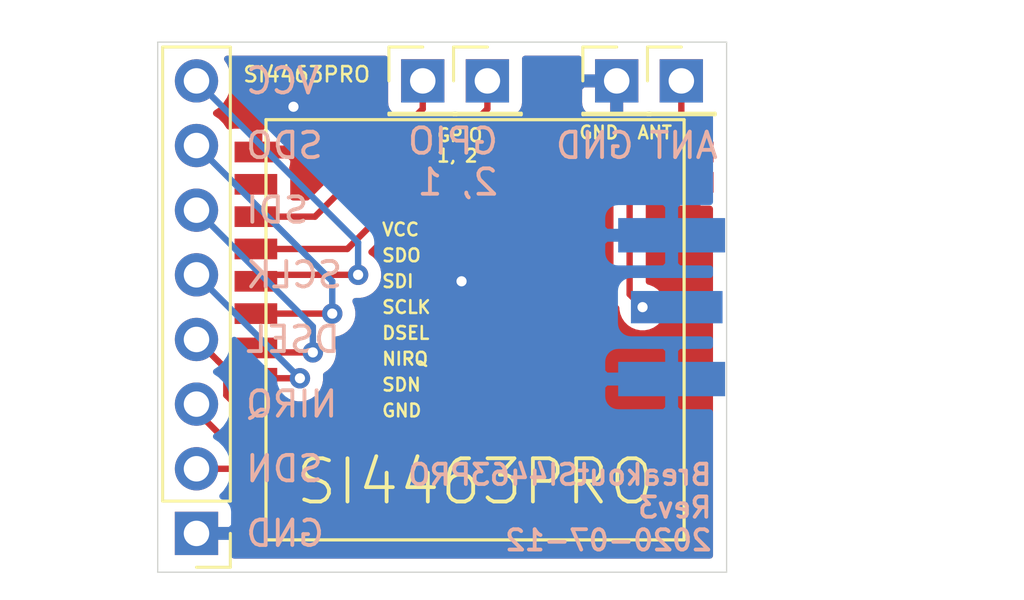
<source format=kicad_pcb>
(kicad_pcb (version 20171130) (host pcbnew "(5.1.5)-3")

  (general
    (thickness 1.6)
    (drawings 29)
    (tracks 43)
    (zones 0)
    (modules 7)
    (nets 13)
  )

  (page A4)
  (layers
    (0 F.Cu signal)
    (31 B.Cu signal)
    (32 B.Adhes user)
    (33 F.Adhes user)
    (34 B.Paste user)
    (35 F.Paste user)
    (36 B.SilkS user)
    (37 F.SilkS user)
    (38 B.Mask user)
    (39 F.Mask user)
    (40 Dwgs.User user)
    (41 Cmts.User user)
    (42 Eco1.User user)
    (43 Eco2.User user)
    (44 Edge.Cuts user)
    (45 Margin user)
    (46 B.CrtYd user)
    (47 F.CrtYd user)
    (48 B.Fab user)
    (49 F.Fab user)
  )

  (setup
    (last_trace_width 0.25)
    (trace_clearance 0.2)
    (zone_clearance 0.508)
    (zone_45_only no)
    (trace_min 0.2)
    (via_size 0.8)
    (via_drill 0.4)
    (via_min_size 0.4)
    (via_min_drill 0.3)
    (uvia_size 0.3)
    (uvia_drill 0.1)
    (uvias_allowed no)
    (uvia_min_size 0.2)
    (uvia_min_drill 0.1)
    (edge_width 0.05)
    (segment_width 0.2)
    (pcb_text_width 0.3)
    (pcb_text_size 1.5 1.5)
    (mod_edge_width 0.12)
    (mod_text_size 1 1)
    (mod_text_width 0.15)
    (pad_size 1.524 1.524)
    (pad_drill 0.762)
    (pad_to_mask_clearance 0.051)
    (solder_mask_min_width 0.25)
    (aux_axis_origin 0 0)
    (visible_elements 7FFFFFFF)
    (pcbplotparams
      (layerselection 0x010fc_ffffffff)
      (usegerberextensions false)
      (usegerberattributes false)
      (usegerberadvancedattributes false)
      (creategerberjobfile false)
      (excludeedgelayer true)
      (linewidth 0.100000)
      (plotframeref false)
      (viasonmask false)
      (mode 1)
      (useauxorigin false)
      (hpglpennumber 1)
      (hpglpenspeed 20)
      (hpglpendiameter 15.000000)
      (psnegative false)
      (psa4output false)
      (plotreference true)
      (plotvalue true)
      (plotinvisibletext false)
      (padsonsilk false)
      (subtractmaskfromsilk false)
      (outputformat 1)
      (mirror false)
      (drillshape 1)
      (scaleselection 1)
      (outputdirectory ""))
  )

  (net 0 "")
  (net 1 "Net-(J1-Pad1)")
  (net 2 GND)
  (net 3 "Net-(U1-Pad2)")
  (net 4 "Net-(J2-Pad1)")
  (net 5 "Net-(J3-Pad1)")
  (net 6 "Net-(J4-Pad8)")
  (net 7 "Net-(J4-Pad7)")
  (net 8 "Net-(J4-Pad6)")
  (net 9 "Net-(J4-Pad5)")
  (net 10 "Net-(J4-Pad4)")
  (net 11 "Net-(J4-Pad3)")
  (net 12 "Net-(J4-Pad2)")

  (net_class Default "This is the default net class."
    (clearance 0.2)
    (trace_width 0.25)
    (via_dia 0.8)
    (via_drill 0.4)
    (uvia_dia 0.3)
    (uvia_drill 0.1)
    (add_net GND)
    (add_net "Net-(J1-Pad1)")
    (add_net "Net-(J2-Pad1)")
    (add_net "Net-(J3-Pad1)")
    (add_net "Net-(J4-Pad2)")
    (add_net "Net-(J4-Pad3)")
    (add_net "Net-(J4-Pad4)")
    (add_net "Net-(J4-Pad5)")
    (add_net "Net-(J4-Pad6)")
    (add_net "Net-(J4-Pad7)")
    (add_net "Net-(J4-Pad8)")
    (add_net "Net-(U1-Pad2)")
  )

  (module CustomFootprintLibrary:SMA_EdgeMount_BackOnly (layer F.Cu) (tedit 5F0B92A7) (tstamp 5F179B6A)
    (at 138.049 102.87 90)
    (descr "Connector SMA, 0Hz to 20GHz, 50Ohm, Edge Mount (http://suddendocs.samtec.com/prints/sma-j-p-x-st-em1-mkt.pdf)")
    (tags "SMA Straight Samtec Edge Mount")
    (path /5EF7BE25)
    (attr smd)
    (fp_text reference J1 (at 0 -3.5 270) (layer B.SilkS) hide
      (effects (font (size 1 1) (thickness 0.15)))
    )
    (fp_text value Conn_Coaxial (at 0 13 270) (layer F.Fab)
      (effects (font (size 1 1) (thickness 0.15)))
    )
    (fp_text user "Board Thickness: 1.57mm" (at 0 -5.45 270) (layer Cmts.User)
      (effects (font (size 1 1) (thickness 0.15)))
    )
    (fp_line (start 3.68 2.6) (end 3.68 12.12) (layer B.CrtYd) (width 0.05))
    (fp_line (start 4 2.6) (end 3.68 2.6) (layer B.CrtYd) (width 0.05))
    (fp_line (start -3.68 12.12) (end -3.68 2.6) (layer B.CrtYd) (width 0.05))
    (fp_line (start -3.68 2.6) (end -4 2.6) (layer B.CrtYd) (width 0.05))
    (fp_line (start 3.68 2.6) (end 3.68 12.12) (layer F.CrtYd) (width 0.05))
    (fp_line (start 3.68 2.6) (end 4 2.6) (layer F.CrtYd) (width 0.05))
    (fp_line (start -3.68 12.12) (end -3.68 2.6) (layer F.CrtYd) (width 0.05))
    (fp_line (start -3.68 2.6) (end -4 2.6) (layer F.CrtYd) (width 0.05))
    (fp_text user "PCB Edge" (at 0 2.6 270) (layer Dwgs.User)
      (effects (font (size 0.5 0.5) (thickness 0.1)))
    )
    (fp_line (start 4.1 2.1) (end -4.1 2.1) (layer Dwgs.User) (width 0.1))
    (fp_line (start -3.175 -1.71) (end -3.175 11.62) (layer F.Fab) (width 0.1))
    (fp_line (start -2.365 -1.71) (end -3.175 -1.71) (layer F.Fab) (width 0.1))
    (fp_line (start -2.365 2.1) (end -2.365 -1.71) (layer F.Fab) (width 0.1))
    (fp_line (start 2.365 2.1) (end -2.365 2.1) (layer F.Fab) (width 0.1))
    (fp_line (start 2.365 -1.71) (end 2.365 2.1) (layer F.Fab) (width 0.1))
    (fp_line (start 3.175 -1.71) (end 2.365 -1.71) (layer F.Fab) (width 0.1))
    (fp_line (start 3.175 -1.71) (end 3.175 11.62) (layer F.Fab) (width 0.1))
    (fp_line (start 3.165 11.62) (end -3.165 11.62) (layer F.Fab) (width 0.1))
    (fp_line (start -4 -2.6) (end 4 -2.6) (layer B.CrtYd) (width 0.05))
    (fp_line (start -4 2.6) (end -4 -2.6) (layer B.CrtYd) (width 0.05))
    (fp_line (start 3.68 12.12) (end -3.68 12.12) (layer B.CrtYd) (width 0.05))
    (fp_line (start 4 2.6) (end 4 -2.6) (layer B.CrtYd) (width 0.05))
    (fp_line (start -4 -2.6) (end 4 -2.6) (layer F.CrtYd) (width 0.05))
    (fp_line (start -4 2.6) (end -4 -2.6) (layer F.CrtYd) (width 0.05))
    (fp_line (start 3.68 12.12) (end -3.68 12.12) (layer F.CrtYd) (width 0.05))
    (fp_line (start 4 2.6) (end 4 -2.6) (layer F.CrtYd) (width 0.05))
    (fp_text user %R (at 0 4.79 90) (layer F.Fab)
      (effects (font (size 1 1) (thickness 0.15)))
    )
    (fp_line (start 0.64 2.1) (end 0 3.1) (layer F.Fab) (width 0.1))
    (fp_line (start 0 3.1) (end -0.64 2.1) (layer F.Fab) (width 0.1))
    (pad 1 smd rect (at 0 0.2 90) (size 1.27 3.6) (layers B.Cu B.Paste B.Mask)
      (net 1 "Net-(J1-Pad1)"))
    (pad 2 smd rect (at 2.825 0 90) (size 1.35 4.2) (layers B.Cu B.Paste B.Mask)
      (net 2 GND))
    (pad 2 smd rect (at -2.825 0 90) (size 1.35 4.2) (layers B.Cu B.Paste B.Mask)
      (net 2 GND))
    (model ${KISYS3DMOD}/Connector_Coaxial.3dshapes/SMA_Samtec_SMA-J-P-X-ST-EM1_EdgeMount.wrl
      (at (xyz 0 0 0))
      (scale (xyz 1 1 1))
      (rotate (xyz 0 0 0))
    )
  )

  (module CustomFootprintLibrary:RF4463PRO_LiteralLayout (layer F.Cu) (tedit 5EF7AD4A) (tstamp 5F179FFF)
    (at 130.302 103.378)
    (path /5EF7A900)
    (fp_text reference U1 (at -6.858 -9.398) (layer F.SilkS) hide
      (effects (font (size 1 1) (thickness 0.15)))
    )
    (fp_text value RF4463PRO_LiteralLayout (at -1.524 10.16) (layer F.Fab)
      (effects (font (size 1 1) (thickness 0.15)))
    )
    (fp_line (start -8.1915 8.636) (end -8.1915 -7.874) (layer F.SilkS) (width 0.127))
    (fp_line (start -8.1915 -7.874) (end 8.23722 -7.874) (layer F.SilkS) (width 0.127))
    (fp_line (start 8.23722 8.636) (end -8.1915 8.636) (layer F.SilkS) (width 0.127))
    (fp_line (start 8.23722 -7.874) (end 8.23722 8.636) (layer F.SilkS) (width 0.127))
    (fp_text user >VALUE (at -1.524 6.731) (layer F.SilkS) hide
      (effects (font (size 1.27 1.27) (thickness 0.1016)))
    )
    (fp_text user >NAME (at -2.159 -5.969) (layer F.SilkS) hide
      (effects (font (size 1.27 1.27) (thickness 0.1016)))
    )
    (pad 13 smd rect (at 8.55472 -5.41274) (size 1.6764 0.8128) (layers F.Cu F.Paste F.Mask)
      (net 2 GND))
    (pad 12 smd rect (at -8.58774 7.366) (size 1.6764 0.8128) (layers F.Cu F.Paste F.Mask)
      (net 2 GND))
    (pad 9 smd rect (at -8.58774 3.556) (size 1.6764 0.8128) (layers F.Cu F.Paste F.Mask)
      (net 10 "Net-(J4-Pad4)"))
    (pad 2 smd rect (at -8.58774 -5.334) (size 1.6764 0.8128) (layers F.Cu F.Paste F.Mask)
      (net 3 "Net-(U1-Pad2)"))
    (pad 5 smd rect (at -8.58774 -1.524) (size 1.6764 0.8128) (layers F.Cu F.Paste F.Mask)
      (net 6 "Net-(J4-Pad8)"))
    (pad 6 smd rect (at -8.58774 -0.254) (size 1.6764 0.8128) (layers F.Cu F.Paste F.Mask)
      (net 7 "Net-(J4-Pad7)"))
    (pad 7 smd rect (at -8.58774 1.09474) (size 1.6764 0.8128) (layers F.Cu F.Paste F.Mask)
      (net 8 "Net-(J4-Pad6)"))
    (pad 10 smd rect (at -8.58774 4.826) (size 1.6764 0.8128) (layers F.Cu F.Paste F.Mask)
      (net 11 "Net-(J4-Pad3)"))
    (pad 1 smd rect (at -8.58774 -6.604) (size 1.6764 0.8128) (layers F.Cu F.Paste F.Mask)
      (net 2 GND))
    (pad 14 smd rect (at 8.55472 -6.604) (size 1.6764 0.8128) (layers F.Cu F.Paste F.Mask)
      (net 1 "Net-(J1-Pad1)"))
    (pad 11 smd rect (at -8.58774 6.096) (size 1.6764 0.8128) (layers F.Cu F.Paste F.Mask)
      (net 12 "Net-(J4-Pad2)"))
    (pad 8 smd rect (at -8.58774 2.286) (size 1.6764 0.8128) (layers F.Cu F.Paste F.Mask)
      (net 9 "Net-(J4-Pad5)"))
    (pad 4 smd rect (at -8.58774 -2.794) (size 1.6764 0.8128) (layers F.Cu F.Paste F.Mask)
      (net 5 "Net-(J3-Pad1)"))
    (pad 3 smd rect (at -8.58774 -4.064) (size 1.6764 0.8128) (layers F.Cu F.Paste F.Mask)
      (net 4 "Net-(J2-Pad1)"))
  )

  (module Pin_Headers:Pin_Header_Straight_1x08_Pitch2.54mm (layer F.Cu) (tedit 59650532) (tstamp 5F132EF0)
    (at 119.38 111.76 180)
    (descr "Through hole straight pin header, 1x08, 2.54mm pitch, single row")
    (tags "Through hole pin header THT 1x08 2.54mm single row")
    (path /5F0B9B78)
    (fp_text reference J4 (at 0 -2.33) (layer F.SilkS) hide
      (effects (font (size 1 1) (thickness 0.15)))
    )
    (fp_text value Conn_01x08_Female (at 0 20.11) (layer F.Fab)
      (effects (font (size 1 1) (thickness 0.15)))
    )
    (fp_text user %R (at 0 8.89 90) (layer F.Fab)
      (effects (font (size 1 1) (thickness 0.15)))
    )
    (fp_line (start 1.8 -1.8) (end -1.8 -1.8) (layer F.CrtYd) (width 0.05))
    (fp_line (start 1.8 19.55) (end 1.8 -1.8) (layer F.CrtYd) (width 0.05))
    (fp_line (start -1.8 19.55) (end 1.8 19.55) (layer F.CrtYd) (width 0.05))
    (fp_line (start -1.8 -1.8) (end -1.8 19.55) (layer F.CrtYd) (width 0.05))
    (fp_line (start -1.33 -1.33) (end 0 -1.33) (layer F.SilkS) (width 0.12))
    (fp_line (start -1.33 0) (end -1.33 -1.33) (layer F.SilkS) (width 0.12))
    (fp_line (start -1.33 1.27) (end 1.33 1.27) (layer F.SilkS) (width 0.12))
    (fp_line (start 1.33 1.27) (end 1.33 19.11) (layer F.SilkS) (width 0.12))
    (fp_line (start -1.33 1.27) (end -1.33 19.11) (layer F.SilkS) (width 0.12))
    (fp_line (start -1.33 19.11) (end 1.33 19.11) (layer F.SilkS) (width 0.12))
    (fp_line (start -1.27 -0.635) (end -0.635 -1.27) (layer F.Fab) (width 0.1))
    (fp_line (start -1.27 19.05) (end -1.27 -0.635) (layer F.Fab) (width 0.1))
    (fp_line (start 1.27 19.05) (end -1.27 19.05) (layer F.Fab) (width 0.1))
    (fp_line (start 1.27 -1.27) (end 1.27 19.05) (layer F.Fab) (width 0.1))
    (fp_line (start -0.635 -1.27) (end 1.27 -1.27) (layer F.Fab) (width 0.1))
    (pad 8 thru_hole oval (at 0 17.78 180) (size 1.7 1.7) (drill 1) (layers *.Cu *.Mask)
      (net 6 "Net-(J4-Pad8)"))
    (pad 7 thru_hole oval (at 0 15.24 180) (size 1.7 1.7) (drill 1) (layers *.Cu *.Mask)
      (net 7 "Net-(J4-Pad7)"))
    (pad 6 thru_hole oval (at 0 12.7 180) (size 1.7 1.7) (drill 1) (layers *.Cu *.Mask)
      (net 8 "Net-(J4-Pad6)"))
    (pad 5 thru_hole oval (at 0 10.16 180) (size 1.7 1.7) (drill 1) (layers *.Cu *.Mask)
      (net 9 "Net-(J4-Pad5)"))
    (pad 4 thru_hole oval (at 0 7.62 180) (size 1.7 1.7) (drill 1) (layers *.Cu *.Mask)
      (net 10 "Net-(J4-Pad4)"))
    (pad 3 thru_hole oval (at 0 5.08 180) (size 1.7 1.7) (drill 1) (layers *.Cu *.Mask)
      (net 11 "Net-(J4-Pad3)"))
    (pad 2 thru_hole oval (at 0 2.54 180) (size 1.7 1.7) (drill 1) (layers *.Cu *.Mask)
      (net 12 "Net-(J4-Pad2)"))
    (pad 1 thru_hole rect (at 0 0 180) (size 1.7 1.7) (drill 1) (layers *.Cu *.Mask)
      (net 2 GND))
    (model ${KISYS3DMOD}/Pin_Headers.3dshapes/Pin_Header_Straight_1x08_Pitch2.54mm.wrl
      (at (xyz 0 0 0))
      (scale (xyz 1 1 1))
      (rotate (xyz 0 0 0))
    )
  )

  (module Pin_Headers:Pin_Header_Straight_1x01_Pitch2.54mm (layer F.Cu) (tedit 59650532) (tstamp 5F144A0A)
    (at 128.27 93.98)
    (descr "Through hole straight pin header, 1x01, 2.54mm pitch, single row")
    (tags "Through hole pin header THT 1x01 2.54mm single row")
    (path /5F0BD722)
    (fp_text reference J2 (at 0 -2.33) (layer F.SilkS) hide
      (effects (font (size 1 1) (thickness 0.15)))
    )
    (fp_text value Conn_01x01_Female (at 0 2.33) (layer F.Fab)
      (effects (font (size 1 1) (thickness 0.15)))
    )
    (fp_text user %R (at 0 0 90) (layer F.Fab)
      (effects (font (size 1 1) (thickness 0.15)))
    )
    (fp_line (start 1.8 -1.8) (end -1.8 -1.8) (layer F.CrtYd) (width 0.05))
    (fp_line (start 1.8 1.8) (end 1.8 -1.8) (layer F.CrtYd) (width 0.05))
    (fp_line (start -1.8 1.8) (end 1.8 1.8) (layer F.CrtYd) (width 0.05))
    (fp_line (start -1.8 -1.8) (end -1.8 1.8) (layer F.CrtYd) (width 0.05))
    (fp_line (start -1.33 -1.33) (end 0 -1.33) (layer F.SilkS) (width 0.12))
    (fp_line (start -1.33 0) (end -1.33 -1.33) (layer F.SilkS) (width 0.12))
    (fp_line (start -1.33 1.27) (end 1.33 1.27) (layer F.SilkS) (width 0.12))
    (fp_line (start 1.33 1.27) (end 1.33 1.33) (layer F.SilkS) (width 0.12))
    (fp_line (start -1.33 1.27) (end -1.33 1.33) (layer F.SilkS) (width 0.12))
    (fp_line (start -1.33 1.33) (end 1.33 1.33) (layer F.SilkS) (width 0.12))
    (fp_line (start -1.27 -0.635) (end -0.635 -1.27) (layer F.Fab) (width 0.1))
    (fp_line (start -1.27 1.27) (end -1.27 -0.635) (layer F.Fab) (width 0.1))
    (fp_line (start 1.27 1.27) (end -1.27 1.27) (layer F.Fab) (width 0.1))
    (fp_line (start 1.27 -1.27) (end 1.27 1.27) (layer F.Fab) (width 0.1))
    (fp_line (start -0.635 -1.27) (end 1.27 -1.27) (layer F.Fab) (width 0.1))
    (pad 1 thru_hole rect (at 0 0) (size 1.7 1.7) (drill 1) (layers *.Cu *.Mask)
      (net 4 "Net-(J2-Pad1)"))
    (model ${KISYS3DMOD}/Pin_Headers.3dshapes/Pin_Header_Straight_1x01_Pitch2.54mm.wrl
      (at (xyz 0 0 0))
      (scale (xyz 1 1 1))
      (rotate (xyz 0 0 0))
    )
  )

  (module Pin_Headers:Pin_Header_Straight_1x01_Pitch2.54mm (layer F.Cu) (tedit 59650532) (tstamp 5F144F7E)
    (at 130.81 93.98)
    (descr "Through hole straight pin header, 1x01, 2.54mm pitch, single row")
    (tags "Through hole pin header THT 1x01 2.54mm single row")
    (path /5F0BC9CC)
    (fp_text reference J3 (at 0 -2.33) (layer F.SilkS) hide
      (effects (font (size 1 1) (thickness 0.15)))
    )
    (fp_text value Conn_01x01_Female (at 0 2.33) (layer F.Fab)
      (effects (font (size 1 1) (thickness 0.15)))
    )
    (fp_line (start -0.635 -1.27) (end 1.27 -1.27) (layer F.Fab) (width 0.1))
    (fp_line (start 1.27 -1.27) (end 1.27 1.27) (layer F.Fab) (width 0.1))
    (fp_line (start 1.27 1.27) (end -1.27 1.27) (layer F.Fab) (width 0.1))
    (fp_line (start -1.27 1.27) (end -1.27 -0.635) (layer F.Fab) (width 0.1))
    (fp_line (start -1.27 -0.635) (end -0.635 -1.27) (layer F.Fab) (width 0.1))
    (fp_line (start -1.33 1.33) (end 1.33 1.33) (layer F.SilkS) (width 0.12))
    (fp_line (start -1.33 1.27) (end -1.33 1.33) (layer F.SilkS) (width 0.12))
    (fp_line (start 1.33 1.27) (end 1.33 1.33) (layer F.SilkS) (width 0.12))
    (fp_line (start -1.33 1.27) (end 1.33 1.27) (layer F.SilkS) (width 0.12))
    (fp_line (start -1.33 0) (end -1.33 -1.33) (layer F.SilkS) (width 0.12))
    (fp_line (start -1.33 -1.33) (end 0 -1.33) (layer F.SilkS) (width 0.12))
    (fp_line (start -1.8 -1.8) (end -1.8 1.8) (layer F.CrtYd) (width 0.05))
    (fp_line (start -1.8 1.8) (end 1.8 1.8) (layer F.CrtYd) (width 0.05))
    (fp_line (start 1.8 1.8) (end 1.8 -1.8) (layer F.CrtYd) (width 0.05))
    (fp_line (start 1.8 -1.8) (end -1.8 -1.8) (layer F.CrtYd) (width 0.05))
    (fp_text user %R (at 0 0 90) (layer F.Fab)
      (effects (font (size 1 1) (thickness 0.15)))
    )
    (pad 1 thru_hole rect (at 0 0) (size 1.7 1.7) (drill 1) (layers *.Cu *.Mask)
      (net 5 "Net-(J3-Pad1)"))
    (model ${KISYS3DMOD}/Pin_Headers.3dshapes/Pin_Header_Straight_1x01_Pitch2.54mm.wrl
      (at (xyz 0 0 0))
      (scale (xyz 1 1 1))
      (rotate (xyz 0 0 0))
    )
  )

  (module Pin_Headers:Pin_Header_Straight_1x01_Pitch2.54mm (layer F.Cu) (tedit 59650532) (tstamp 5F18C625)
    (at 138.43 93.98)
    (descr "Through hole straight pin header, 1x01, 2.54mm pitch, single row")
    (tags "Through hole pin header THT 1x01 2.54mm single row")
    (path /5F0C76D2)
    (fp_text reference J5 (at 0 -2.33) (layer F.SilkS) hide
      (effects (font (size 1 1) (thickness 0.15)))
    )
    (fp_text value Conn_01x01_Female (at 0 2.33) (layer F.Fab)
      (effects (font (size 1 1) (thickness 0.15)))
    )
    (fp_text user %R (at 0 0 90) (layer F.Fab)
      (effects (font (size 1 1) (thickness 0.15)))
    )
    (fp_line (start 1.8 -1.8) (end -1.8 -1.8) (layer F.CrtYd) (width 0.05))
    (fp_line (start 1.8 1.8) (end 1.8 -1.8) (layer F.CrtYd) (width 0.05))
    (fp_line (start -1.8 1.8) (end 1.8 1.8) (layer F.CrtYd) (width 0.05))
    (fp_line (start -1.8 -1.8) (end -1.8 1.8) (layer F.CrtYd) (width 0.05))
    (fp_line (start -1.33 -1.33) (end 0 -1.33) (layer F.SilkS) (width 0.12))
    (fp_line (start -1.33 0) (end -1.33 -1.33) (layer F.SilkS) (width 0.12))
    (fp_line (start -1.33 1.27) (end 1.33 1.27) (layer F.SilkS) (width 0.12))
    (fp_line (start 1.33 1.27) (end 1.33 1.33) (layer F.SilkS) (width 0.12))
    (fp_line (start -1.33 1.27) (end -1.33 1.33) (layer F.SilkS) (width 0.12))
    (fp_line (start -1.33 1.33) (end 1.33 1.33) (layer F.SilkS) (width 0.12))
    (fp_line (start -1.27 -0.635) (end -0.635 -1.27) (layer F.Fab) (width 0.1))
    (fp_line (start -1.27 1.27) (end -1.27 -0.635) (layer F.Fab) (width 0.1))
    (fp_line (start 1.27 1.27) (end -1.27 1.27) (layer F.Fab) (width 0.1))
    (fp_line (start 1.27 -1.27) (end 1.27 1.27) (layer F.Fab) (width 0.1))
    (fp_line (start -0.635 -1.27) (end 1.27 -1.27) (layer F.Fab) (width 0.1))
    (pad 1 thru_hole rect (at 0 0) (size 1.7 1.7) (drill 1) (layers *.Cu *.Mask)
      (net 1 "Net-(J1-Pad1)"))
    (model ${KISYS3DMOD}/Pin_Headers.3dshapes/Pin_Header_Straight_1x01_Pitch2.54mm.wrl
      (at (xyz 0 0 0))
      (scale (xyz 1 1 1))
      (rotate (xyz 0 0 0))
    )
  )

  (module Pin_Headers:Pin_Header_Straight_1x01_Pitch2.54mm (layer F.Cu) (tedit 59650532) (tstamp 5F18C5E9)
    (at 135.89 93.98)
    (descr "Through hole straight pin header, 1x01, 2.54mm pitch, single row")
    (tags "Through hole pin header THT 1x01 2.54mm single row")
    (path /5F0C8211)
    (fp_text reference J6 (at 0 -2.33) (layer F.SilkS) hide
      (effects (font (size 1 1) (thickness 0.15)))
    )
    (fp_text value Conn_01x01_Female (at 0 2.33) (layer F.Fab)
      (effects (font (size 1 1) (thickness 0.15)))
    )
    (fp_line (start -0.635 -1.27) (end 1.27 -1.27) (layer F.Fab) (width 0.1))
    (fp_line (start 1.27 -1.27) (end 1.27 1.27) (layer F.Fab) (width 0.1))
    (fp_line (start 1.27 1.27) (end -1.27 1.27) (layer F.Fab) (width 0.1))
    (fp_line (start -1.27 1.27) (end -1.27 -0.635) (layer F.Fab) (width 0.1))
    (fp_line (start -1.27 -0.635) (end -0.635 -1.27) (layer F.Fab) (width 0.1))
    (fp_line (start -1.33 1.33) (end 1.33 1.33) (layer F.SilkS) (width 0.12))
    (fp_line (start -1.33 1.27) (end -1.33 1.33) (layer F.SilkS) (width 0.12))
    (fp_line (start 1.33 1.27) (end 1.33 1.33) (layer F.SilkS) (width 0.12))
    (fp_line (start -1.33 1.27) (end 1.33 1.27) (layer F.SilkS) (width 0.12))
    (fp_line (start -1.33 0) (end -1.33 -1.33) (layer F.SilkS) (width 0.12))
    (fp_line (start -1.33 -1.33) (end 0 -1.33) (layer F.SilkS) (width 0.12))
    (fp_line (start -1.8 -1.8) (end -1.8 1.8) (layer F.CrtYd) (width 0.05))
    (fp_line (start -1.8 1.8) (end 1.8 1.8) (layer F.CrtYd) (width 0.05))
    (fp_line (start 1.8 1.8) (end 1.8 -1.8) (layer F.CrtYd) (width 0.05))
    (fp_line (start 1.8 -1.8) (end -1.8 -1.8) (layer F.CrtYd) (width 0.05))
    (fp_text user %R (at 0 0 90) (layer F.Fab)
      (effects (font (size 1 1) (thickness 0.15)))
    )
    (pad 1 thru_hole rect (at 0 0) (size 1.7 1.7) (drill 1) (layers *.Cu *.Mask)
      (net 2 GND))
    (model ${KISYS3DMOD}/Pin_Headers.3dshapes/Pin_Header_Straight_1x01_Pitch2.54mm.wrl
      (at (xyz 0 0 0))
      (scale (xyz 1 1 1))
      (rotate (xyz 0 0 0))
    )
  )

  (gr_text GND (at 134.366 96.012) (layer F.SilkS) (tstamp 5F18BC68)
    (effects (font (size 0.5 0.5) (thickness 0.1)) (justify left))
  )
  (gr_text ANT (at 136.652 96.012) (layer F.SilkS) (tstamp 5F18BC67)
    (effects (font (size 0.5 0.5) (thickness 0.1)) (justify left))
  )
  (gr_text VCC (at 126.619 99.822) (layer F.SilkS) (tstamp 5F18BC66)
    (effects (font (size 0.5 0.5) (thickness 0.1)) (justify left))
  )
  (gr_text DSEL (at 126.619 103.886) (layer F.SilkS) (tstamp 5F18BC65)
    (effects (font (size 0.5 0.5) (thickness 0.1)) (justify left))
  )
  (gr_text NIRQ (at 126.619 104.902) (layer F.SilkS) (tstamp 5F18BD09)
    (effects (font (size 0.5 0.5) (thickness 0.1)) (justify left))
  )
  (gr_text SDN (at 126.619 105.918) (layer F.SilkS) (tstamp 5F18BD03)
    (effects (font (size 0.5 0.5) (thickness 0.1)) (justify left))
  )
  (gr_text SDO (at 126.619 100.838) (layer F.SilkS) (tstamp 5F18BC62)
    (effects (font (size 0.5 0.5) (thickness 0.1)) (justify left))
  )
  (gr_text GND (at 126.619 106.934) (layer F.SilkS) (tstamp 5F18BD06)
    (effects (font (size 0.5 0.5) (thickness 0.1)) (justify left))
  )
  (gr_text "GPIO\n1, 2" (at 128.778 96.52) (layer F.SilkS) (tstamp 5F18BC60)
    (effects (font (size 0.5 0.5) (thickness 0.1)) (justify left))
  )
  (gr_text SDI (at 126.619 101.854) (layer F.SilkS) (tstamp 5F18BC5F)
    (effects (font (size 0.5 0.5) (thickness 0.1)) (justify left))
  )
  (gr_text SCLK (at 126.619 102.87) (layer F.SilkS) (tstamp 5F18BC5E)
    (effects (font (size 0.5 0.5) (thickness 0.1)) (justify left))
  )
  (gr_text SI4463PRO (at 123.19 109.728) (layer F.SilkS) (tstamp 5F18BBF8)
    (effects (font (size 1.7 1.7) (thickness 0.15)) (justify left))
  )
  (gr_text GND (at 136.652 96.52) (layer B.SilkS) (tstamp 5F18BA58)
    (effects (font (size 1 1) (thickness 0.15)) (justify left mirror))
  )
  (gr_text ANT (at 139.954 96.52) (layer B.SilkS) (tstamp 5F18BA4E)
    (effects (font (size 1 1) (thickness 0.15)) (justify left mirror))
  )
  (gr_line (start 140.208 113.284) (end 140.208 92.456) (layer Edge.Cuts) (width 0.05) (tstamp 5F179DD4))
  (gr_line (start 117.856 113.284) (end 140.208 113.284) (layer Edge.Cuts) (width 0.05))
  (gr_line (start 117.856 92.456) (end 117.856 113.284) (layer Edge.Cuts) (width 0.05))
  (gr_line (start 140.208 92.456) (end 117.856 92.456) (layer Edge.Cuts) (width 0.05))
  (gr_text "GPIO\n2, 1" (at 131.318 97.155) (layer B.SilkS) (tstamp 5F0C8BE6)
    (effects (font (size 1 1) (thickness 0.15)) (justify left mirror))
  )
  (gr_text "BreakoutSI4463PRO\nRev3\n2020-07-12" (at 139.7 110.744) (layer B.SilkS)
    (effects (font (size 0.8 0.8) (thickness 0.15)) (justify left mirror))
  )
  (gr_text SI4463PRO (at 121.158 93.726) (layer F.SilkS)
    (effects (font (size 0.6 0.6) (thickness 0.1)) (justify left))
  )
  (gr_text GND (at 124.482619 111.76) (layer B.SilkS) (tstamp 5F179F50)
    (effects (font (size 1 1) (thickness 0.15)) (justify left mirror))
  )
  (gr_text SDN (at 124.435 109.22) (layer B.SilkS) (tstamp 5F179F4A)
    (effects (font (size 1 1) (thickness 0.15)) (justify left mirror))
  )
  (gr_text NIRQ (at 125.006429 106.68) (layer B.SilkS) (tstamp 5F179F47)
    (effects (font (size 1 1) (thickness 0.15)) (justify left mirror))
  )
  (gr_text DSEL (at 125.101667 104.14) (layer B.SilkS) (tstamp 5F179F44)
    (effects (font (size 1 1) (thickness 0.15)) (justify left mirror))
  )
  (gr_text SCLK (at 125.196905 101.6) (layer B.SilkS) (tstamp 5F179F56)
    (effects (font (size 1 1) (thickness 0.15)) (justify left mirror))
  )
  (gr_text SDI (at 123.863571 99.06) (layer B.SilkS) (tstamp 5F179F53)
    (effects (font (size 1 1) (thickness 0.15)) (justify left mirror))
  )
  (gr_text SDO (at 124.435 96.52) (layer B.SilkS) (tstamp 5F179F4D)
    (effects (font (size 1 1) (thickness 0.15)) (justify left mirror))
  )
  (gr_text VCC (at 124.292143 93.98) (layer B.SilkS) (tstamp 5F179F41)
    (effects (font (size 1 1) (thickness 0.15)) (justify left mirror))
  )

  (via (at 136.906 102.87) (size 0.8) (drill 0.4) (layers F.Cu B.Cu) (net 1))
  (segment (start 138.249 102.87) (end 136.906 102.87) (width 0.25) (layer B.Cu) (net 1))
  (segment (start 137.76852 96.774) (end 138.85672 96.774) (width 0.25) (layer F.Cu) (net 1))
  (segment (start 136.398 98.14452) (end 137.76852 96.774) (width 0.25) (layer F.Cu) (net 1))
  (segment (start 136.906 102.87) (end 136.398 102.362) (width 0.25) (layer F.Cu) (net 1))
  (segment (start 136.398 102.362) (end 136.398 98.14452) (width 0.25) (layer F.Cu) (net 1))
  (segment (start 138.43 96.34728) (end 138.85672 96.774) (width 0.25) (layer F.Cu) (net 1))
  (segment (start 138.43 93.98) (end 138.43 96.34728) (width 0.25) (layer F.Cu) (net 1))
  (via (at 123.19 94.996) (size 0.8) (drill 0.4) (layers F.Cu B.Cu) (net 2))
  (via (at 129.794 101.854) (size 0.8) (drill 0.4) (layers F.Cu B.Cu) (net 2))
  (segment (start 128.27 95.08) (end 128.27 93.98) (width 0.25) (layer F.Cu) (net 4))
  (segment (start 124.036 99.314) (end 128.27 95.08) (width 0.25) (layer F.Cu) (net 4))
  (segment (start 121.71426 99.314) (end 124.036 99.314) (width 0.25) (layer F.Cu) (net 4))
  (segment (start 130.81 95.08) (end 130.81 93.98) (width 0.25) (layer F.Cu) (net 5))
  (segment (start 125.306 100.584) (end 130.81 95.08) (width 0.25) (layer F.Cu) (net 5))
  (segment (start 121.71426 100.584) (end 125.306 100.584) (width 0.25) (layer F.Cu) (net 5))
  (via (at 125.73 101.6) (size 0.8) (drill 0.4) (layers F.Cu B.Cu) (net 6))
  (segment (start 119.38 93.98) (end 125.73 100.33) (width 0.25) (layer B.Cu) (net 6))
  (segment (start 125.73 100.33) (end 125.73 101.6) (width 0.25) (layer B.Cu) (net 6))
  (segment (start 121.96826 101.6) (end 121.71426 101.854) (width 0.25) (layer F.Cu) (net 6))
  (segment (start 125.73 101.6) (end 121.96826 101.6) (width 0.25) (layer F.Cu) (net 6))
  (via (at 124.714 103.124) (size 0.8) (drill 0.4) (layers F.Cu B.Cu) (net 7))
  (segment (start 119.38 96.52) (end 124.714 101.854) (width 0.25) (layer B.Cu) (net 7))
  (segment (start 124.714 101.854) (end 124.714 103.124) (width 0.25) (layer B.Cu) (net 7))
  (segment (start 124.714 103.124) (end 121.71426 103.124) (width 0.25) (layer F.Cu) (net 7))
  (via (at 123.952 104.648) (size 0.8) (drill 0.4) (layers F.Cu B.Cu) (net 8))
  (segment (start 119.38 99.06) (end 123.952 103.632) (width 0.25) (layer B.Cu) (net 8))
  (segment (start 123.952 103.632) (end 123.952 104.648) (width 0.25) (layer B.Cu) (net 8))
  (segment (start 121.88952 104.648) (end 121.71426 104.47274) (width 0.25) (layer F.Cu) (net 8))
  (segment (start 123.952 104.648) (end 121.88952 104.648) (width 0.25) (layer F.Cu) (net 8))
  (via (at 123.444 105.664) (size 0.8) (drill 0.4) (layers F.Cu B.Cu) (net 9))
  (segment (start 119.38 101.6) (end 123.444 105.664) (width 0.25) (layer B.Cu) (net 9))
  (segment (start 123.444 105.664) (end 121.71426 105.664) (width 0.25) (layer F.Cu) (net 9))
  (segment (start 120.551059 105.311059) (end 120.229999 104.989999) (width 0.25) (layer F.Cu) (net 10))
  (segment (start 120.551059 106.330401) (end 120.551059 105.311059) (width 0.25) (layer F.Cu) (net 10))
  (segment (start 120.229999 104.989999) (end 119.38 104.14) (width 0.25) (layer F.Cu) (net 10))
  (segment (start 121.154658 106.934) (end 120.551059 106.330401) (width 0.25) (layer F.Cu) (net 10))
  (segment (start 121.71426 106.934) (end 121.154658 106.934) (width 0.25) (layer F.Cu) (net 10))
  (segment (start 119.38 106.95794) (end 119.38 106.68) (width 0.25) (layer F.Cu) (net 11))
  (segment (start 120.62606 108.204) (end 119.38 106.95794) (width 0.25) (layer F.Cu) (net 11))
  (segment (start 121.71426 108.204) (end 120.62606 108.204) (width 0.25) (layer F.Cu) (net 11))
  (segment (start 121.46026 109.22) (end 121.71426 109.474) (width 0.25) (layer F.Cu) (net 12))
  (segment (start 119.38 109.22) (end 121.46026 109.22) (width 0.25) (layer F.Cu) (net 12))

  (zone (net 2) (net_name GND) (layer F.Cu) (tstamp 0) (hatch edge 0.508)
    (connect_pads (clearance 0.508))
    (min_thickness 0.254)
    (fill yes (arc_segments 32) (thermal_gap 0.508) (thermal_bridge_width 0.508))
    (polygon
      (pts
        (xy 140.208 113.284) (xy 117.856 113.284) (xy 117.856 92.456) (xy 140.208 92.456)
      )
    )
    (filled_polygon
      (pts
        (xy 134.401928 93.13) (xy 134.405 93.69425) (xy 134.56375 93.853) (xy 135.763 93.853) (xy 135.763 93.833)
        (xy 136.017 93.833) (xy 136.017 93.853) (xy 136.037 93.853) (xy 136.037 94.107) (xy 136.017 94.107)
        (xy 136.017 95.30625) (xy 136.17575 95.465) (xy 136.74 95.468072) (xy 136.864482 95.455812) (xy 136.98418 95.419502)
        (xy 137.094494 95.360537) (xy 137.16 95.306778) (xy 137.225506 95.360537) (xy 137.33582 95.419502) (xy 137.455518 95.455812)
        (xy 137.58 95.468072) (xy 137.670001 95.468072) (xy 137.670001 95.833869) (xy 137.664026 95.837063) (xy 137.567335 95.916415)
        (xy 137.487983 96.013106) (xy 137.451249 96.08183) (xy 137.344243 96.139026) (xy 137.272024 96.198295) (xy 137.228519 96.233999)
        (xy 137.204721 96.262997) (xy 135.886998 97.580721) (xy 135.858 97.604519) (xy 135.834202 97.633517) (xy 135.834201 97.633518)
        (xy 135.763026 97.720244) (xy 135.692454 97.852274) (xy 135.648998 97.995535) (xy 135.634324 98.14452) (xy 135.638001 98.181852)
        (xy 135.638 102.324677) (xy 135.634324 102.362) (xy 135.638 102.399322) (xy 135.638 102.399332) (xy 135.648997 102.510985)
        (xy 135.674551 102.595226) (xy 135.692454 102.654246) (xy 135.763026 102.786276) (xy 135.792428 102.822102) (xy 135.857999 102.902001)
        (xy 135.871 102.912671) (xy 135.871 102.971939) (xy 135.910774 103.171898) (xy 135.988795 103.360256) (xy 136.102063 103.529774)
        (xy 136.246226 103.673937) (xy 136.415744 103.787205) (xy 136.604102 103.865226) (xy 136.804061 103.905) (xy 137.007939 103.905)
        (xy 137.207898 103.865226) (xy 137.396256 103.787205) (xy 137.565774 103.673937) (xy 137.709937 103.529774) (xy 137.823205 103.360256)
        (xy 137.901226 103.171898) (xy 137.941 102.971939) (xy 137.941 102.768061) (xy 137.901226 102.568102) (xy 137.823205 102.379744)
        (xy 137.709937 102.210226) (xy 137.565774 102.066063) (xy 137.396256 101.952795) (xy 137.207898 101.874774) (xy 137.158 101.864849)
        (xy 137.158 98.459321) (xy 137.52506 98.092262) (xy 137.542268 98.092262) (xy 137.38352 98.25101) (xy 137.380448 98.37166)
        (xy 137.392708 98.496142) (xy 137.429018 98.61584) (xy 137.487983 98.726154) (xy 137.567335 98.822845) (xy 137.664026 98.902197)
        (xy 137.77434 98.961162) (xy 137.894038 98.997472) (xy 138.01852 99.009732) (xy 138.57097 99.00666) (xy 138.72972 98.84791)
        (xy 138.72972 98.09226) (xy 138.70972 98.09226) (xy 138.70972 97.83826) (xy 138.72972 97.83826) (xy 138.72972 97.818472)
        (xy 138.98372 97.818472) (xy 138.98372 97.83826) (xy 139.00372 97.83826) (xy 139.00372 98.09226) (xy 138.98372 98.09226)
        (xy 138.98372 98.84791) (xy 139.14247 99.00666) (xy 139.548001 99.008915) (xy 139.548 112.624) (xy 120.866693 112.624)
        (xy 120.868072 112.61) (xy 120.865 112.04575) (xy 120.706252 111.887002) (xy 120.865 111.887002) (xy 120.865 111.787383)
        (xy 120.87606 111.788472) (xy 121.42851 111.7854) (xy 121.58726 111.62665) (xy 121.58726 110.871) (xy 121.84126 110.871)
        (xy 121.84126 111.62665) (xy 122.00001 111.7854) (xy 122.55246 111.788472) (xy 122.676942 111.776212) (xy 122.79664 111.739902)
        (xy 122.906954 111.680937) (xy 123.003645 111.601585) (xy 123.082997 111.504894) (xy 123.141962 111.39458) (xy 123.178272 111.274882)
        (xy 123.190532 111.1504) (xy 123.18746 111.02975) (xy 123.02871 110.871) (xy 121.84126 110.871) (xy 121.58726 110.871)
        (xy 121.56726 110.871) (xy 121.56726 110.617) (xy 121.58726 110.617) (xy 121.58726 110.597) (xy 121.84126 110.597)
        (xy 121.84126 110.617) (xy 123.02871 110.617) (xy 123.18746 110.45825) (xy 123.190532 110.3376) (xy 123.178272 110.213118)
        (xy 123.146688 110.109) (xy 123.178272 110.004882) (xy 123.190532 109.8804) (xy 123.190532 109.0676) (xy 123.178272 108.943118)
        (xy 123.146688 108.839) (xy 123.178272 108.734882) (xy 123.190532 108.6104) (xy 123.190532 107.7976) (xy 123.178272 107.673118)
        (xy 123.146688 107.569) (xy 123.178272 107.464882) (xy 123.190532 107.3404) (xy 123.190532 106.668859) (xy 123.342061 106.699)
        (xy 123.545939 106.699) (xy 123.745898 106.659226) (xy 123.934256 106.581205) (xy 124.103774 106.467937) (xy 124.247937 106.323774)
        (xy 124.361205 106.154256) (xy 124.439226 105.965898) (xy 124.479 105.765939) (xy 124.479 105.562061) (xy 124.475241 105.543165)
        (xy 124.611774 105.451937) (xy 124.755937 105.307774) (xy 124.869205 105.138256) (xy 124.947226 104.949898) (xy 124.987 104.749939)
        (xy 124.987 104.546061) (xy 124.947226 104.346102) (xy 124.869205 104.157744) (xy 124.863697 104.1495) (xy 125.015898 104.119226)
        (xy 125.204256 104.041205) (xy 125.373774 103.927937) (xy 125.517937 103.783774) (xy 125.631205 103.614256) (xy 125.709226 103.425898)
        (xy 125.749 103.225939) (xy 125.749 103.022061) (xy 125.709226 102.822102) (xy 125.631725 102.635) (xy 125.831939 102.635)
        (xy 126.031898 102.595226) (xy 126.220256 102.517205) (xy 126.389774 102.403937) (xy 126.533937 102.259774) (xy 126.647205 102.090256)
        (xy 126.725226 101.901898) (xy 126.765 101.701939) (xy 126.765 101.498061) (xy 126.725226 101.298102) (xy 126.647205 101.109744)
        (xy 126.533937 100.940226) (xy 126.389774 100.796063) (xy 126.257273 100.707529) (xy 131.321009 95.643794) (xy 131.350001 95.620001)
        (xy 131.373795 95.591008) (xy 131.373799 95.591004) (xy 131.444973 95.504277) (xy 131.444974 95.504276) (xy 131.464326 95.468072)
        (xy 131.66 95.468072) (xy 131.784482 95.455812) (xy 131.90418 95.419502) (xy 132.014494 95.360537) (xy 132.111185 95.281185)
        (xy 132.190537 95.184494) (xy 132.249502 95.07418) (xy 132.285812 94.954482) (xy 132.298072 94.83) (xy 134.401928 94.83)
        (xy 134.414188 94.954482) (xy 134.450498 95.07418) (xy 134.509463 95.184494) (xy 134.588815 95.281185) (xy 134.685506 95.360537)
        (xy 134.79582 95.419502) (xy 134.915518 95.455812) (xy 135.04 95.468072) (xy 135.60425 95.465) (xy 135.763 95.30625)
        (xy 135.763 94.107) (xy 134.56375 94.107) (xy 134.405 94.26575) (xy 134.401928 94.83) (xy 132.298072 94.83)
        (xy 132.298072 93.13) (xy 132.296693 93.116) (xy 134.403307 93.116)
      )
    )
    (filled_polygon
      (pts
        (xy 119.507 111.633) (xy 119.527 111.633) (xy 119.527 111.887) (xy 119.507 111.887) (xy 119.507 111.907)
        (xy 119.253 111.907) (xy 119.253 111.887) (xy 119.233 111.887) (xy 119.233 111.633) (xy 119.253 111.633)
        (xy 119.253 111.613) (xy 119.507 111.613)
      )
    )
    (filled_polygon
      (pts
        (xy 126.781928 93.13) (xy 126.781928 94.83) (xy 126.794188 94.954482) (xy 126.830498 95.07418) (xy 126.889463 95.184494)
        (xy 126.968815 95.281185) (xy 126.982655 95.292543) (xy 123.721199 98.554) (xy 123.180329 98.554) (xy 123.190532 98.4504)
        (xy 123.190532 97.6376) (xy 123.178272 97.513118) (xy 123.146688 97.409) (xy 123.178272 97.304882) (xy 123.190532 97.1804)
        (xy 123.18746 97.05975) (xy 123.02871 96.901) (xy 121.84126 96.901) (xy 121.84126 96.921) (xy 121.58726 96.921)
        (xy 121.58726 96.901) (xy 121.56726 96.901) (xy 121.56726 96.647) (xy 121.58726 96.647) (xy 121.58726 95.89135)
        (xy 121.84126 95.89135) (xy 121.84126 96.647) (xy 123.02871 96.647) (xy 123.18746 96.48825) (xy 123.190532 96.3676)
        (xy 123.178272 96.243118) (xy 123.141962 96.12342) (xy 123.082997 96.013106) (xy 123.003645 95.916415) (xy 122.906954 95.837063)
        (xy 122.79664 95.778098) (xy 122.676942 95.741788) (xy 122.55246 95.729528) (xy 122.00001 95.7326) (xy 121.84126 95.89135)
        (xy 121.58726 95.89135) (xy 121.42851 95.7326) (xy 120.87606 95.729528) (xy 120.751578 95.741788) (xy 120.663801 95.768415)
        (xy 120.533475 95.573368) (xy 120.326632 95.366525) (xy 120.15224 95.25) (xy 120.326632 95.133475) (xy 120.533475 94.926632)
        (xy 120.69599 94.683411) (xy 120.807932 94.413158) (xy 120.865 94.12626) (xy 120.865 93.83374) (xy 120.807932 93.546842)
        (xy 120.69599 93.276589) (xy 120.588688 93.116) (xy 126.783307 93.116)
      )
    )
  )
  (zone (net 2) (net_name GND) (layer B.Cu) (tstamp 0) (hatch edge 0.508)
    (connect_pads (clearance 0.508))
    (min_thickness 0.254)
    (fill yes (arc_segments 32) (thermal_gap 0.508) (thermal_bridge_width 0.508))
    (polygon
      (pts
        (xy 140.208 113.284) (xy 117.856 113.284) (xy 117.856 92.456) (xy 140.208 92.456)
      )
    )
    (filled_polygon
      (pts
        (xy 126.781928 93.13) (xy 126.781928 94.83) (xy 126.794188 94.954482) (xy 126.830498 95.07418) (xy 126.889463 95.184494)
        (xy 126.968815 95.281185) (xy 127.065506 95.360537) (xy 127.17582 95.419502) (xy 127.295518 95.455812) (xy 127.42 95.468072)
        (xy 129.12 95.468072) (xy 129.244482 95.455812) (xy 129.36418 95.419502) (xy 129.474494 95.360537) (xy 129.54 95.306778)
        (xy 129.605506 95.360537) (xy 129.71582 95.419502) (xy 129.835518 95.455812) (xy 129.96 95.468072) (xy 131.66 95.468072)
        (xy 131.784482 95.455812) (xy 131.90418 95.419502) (xy 132.014494 95.360537) (xy 132.111185 95.281185) (xy 132.190537 95.184494)
        (xy 132.249502 95.07418) (xy 132.285812 94.954482) (xy 132.298072 94.83) (xy 134.401928 94.83) (xy 134.414188 94.954482)
        (xy 134.450498 95.07418) (xy 134.509463 95.184494) (xy 134.588815 95.281185) (xy 134.685506 95.360537) (xy 134.79582 95.419502)
        (xy 134.915518 95.455812) (xy 135.04 95.468072) (xy 135.60425 95.465) (xy 135.763 95.30625) (xy 135.763 94.107)
        (xy 134.56375 94.107) (xy 134.405 94.26575) (xy 134.401928 94.83) (xy 132.298072 94.83) (xy 132.298072 93.13)
        (xy 132.296693 93.116) (xy 134.403307 93.116) (xy 134.401928 93.13) (xy 134.405 93.69425) (xy 134.56375 93.853)
        (xy 135.763 93.853) (xy 135.763 93.833) (xy 136.017 93.833) (xy 136.017 93.853) (xy 136.037 93.853)
        (xy 136.037 94.107) (xy 136.017 94.107) (xy 136.017 95.30625) (xy 136.17575 95.465) (xy 136.74 95.468072)
        (xy 136.864482 95.455812) (xy 136.98418 95.419502) (xy 137.094494 95.360537) (xy 137.16 95.306778) (xy 137.225506 95.360537)
        (xy 137.33582 95.419502) (xy 137.455518 95.455812) (xy 137.58 95.468072) (xy 139.28 95.468072) (xy 139.404482 95.455812)
        (xy 139.52418 95.419502) (xy 139.548001 95.406769) (xy 139.548001 98.732946) (xy 138.33475 98.735) (xy 138.176 98.89375)
        (xy 138.176 99.918) (xy 138.196 99.918) (xy 138.196 100.172) (xy 138.176 100.172) (xy 138.176 101.19625)
        (xy 138.33475 101.355) (xy 139.548001 101.357054) (xy 139.548001 101.596928) (xy 136.449 101.596928) (xy 136.324518 101.609188)
        (xy 136.20482 101.645498) (xy 136.094506 101.704463) (xy 135.997815 101.783815) (xy 135.918463 101.880506) (xy 135.859498 101.99082)
        (xy 135.823188 102.110518) (xy 135.810928 102.235) (xy 135.810928 103.505) (xy 135.823188 103.629482) (xy 135.859498 103.74918)
        (xy 135.918463 103.859494) (xy 135.997815 103.956185) (xy 136.094506 104.035537) (xy 136.20482 104.094502) (xy 136.324518 104.130812)
        (xy 136.449 104.143072) (xy 139.548 104.143072) (xy 139.548 104.382946) (xy 138.33475 104.385) (xy 138.176 104.54375)
        (xy 138.176 105.568) (xy 138.196 105.568) (xy 138.196 105.822) (xy 138.176 105.822) (xy 138.176 106.84625)
        (xy 138.33475 107.005) (xy 139.548 107.007054) (xy 139.548 112.624) (xy 120.866693 112.624) (xy 120.868072 112.61)
        (xy 120.865 112.04575) (xy 120.70625 111.887) (xy 119.507 111.887) (xy 119.507 111.907) (xy 119.253 111.907)
        (xy 119.253 111.887) (xy 119.233 111.887) (xy 119.233 111.633) (xy 119.253 111.633) (xy 119.253 111.613)
        (xy 119.507 111.613) (xy 119.507 111.633) (xy 120.70625 111.633) (xy 120.865 111.47425) (xy 120.868072 110.91)
        (xy 120.855812 110.785518) (xy 120.819502 110.66582) (xy 120.760537 110.555506) (xy 120.681185 110.458815) (xy 120.584494 110.379463)
        (xy 120.47418 110.320498) (xy 120.40162 110.298487) (xy 120.533475 110.166632) (xy 120.69599 109.923411) (xy 120.807932 109.653158)
        (xy 120.865 109.36626) (xy 120.865 109.07374) (xy 120.807932 108.786842) (xy 120.69599 108.516589) (xy 120.533475 108.273368)
        (xy 120.326632 108.066525) (xy 120.15224 107.95) (xy 120.326632 107.833475) (xy 120.533475 107.626632) (xy 120.69599 107.383411)
        (xy 120.807932 107.113158) (xy 120.865 106.82626) (xy 120.865 106.53374) (xy 120.807932 106.246842) (xy 120.69599 105.976589)
        (xy 120.533475 105.733368) (xy 120.326632 105.526525) (xy 120.15224 105.41) (xy 120.326632 105.293475) (xy 120.533475 105.086632)
        (xy 120.69599 104.843411) (xy 120.807932 104.573158) (xy 120.865 104.28626) (xy 120.865 104.159801) (xy 122.409 105.703802)
        (xy 122.409 105.765939) (xy 122.448774 105.965898) (xy 122.526795 106.154256) (xy 122.640063 106.323774) (xy 122.784226 106.467937)
        (xy 122.953744 106.581205) (xy 123.142102 106.659226) (xy 123.342061 106.699) (xy 123.545939 106.699) (xy 123.745898 106.659226)
        (xy 123.934256 106.581205) (xy 124.103774 106.467937) (xy 124.201711 106.37) (xy 135.310928 106.37) (xy 135.323188 106.494482)
        (xy 135.359498 106.61418) (xy 135.418463 106.724494) (xy 135.497815 106.821185) (xy 135.594506 106.900537) (xy 135.70482 106.959502)
        (xy 135.824518 106.995812) (xy 135.949 107.008072) (xy 137.76325 107.005) (xy 137.922 106.84625) (xy 137.922 105.822)
        (xy 135.47275 105.822) (xy 135.314 105.98075) (xy 135.310928 106.37) (xy 124.201711 106.37) (xy 124.247937 106.323774)
        (xy 124.361205 106.154256) (xy 124.439226 105.965898) (xy 124.479 105.765939) (xy 124.479 105.562061) (xy 124.475241 105.543165)
        (xy 124.611774 105.451937) (xy 124.755937 105.307774) (xy 124.869205 105.138256) (xy 124.918188 105.02) (xy 135.310928 105.02)
        (xy 135.314 105.40925) (xy 135.47275 105.568) (xy 137.922 105.568) (xy 137.922 104.54375) (xy 137.76325 104.385)
        (xy 135.949 104.381928) (xy 135.824518 104.394188) (xy 135.70482 104.430498) (xy 135.594506 104.489463) (xy 135.497815 104.568815)
        (xy 135.418463 104.665506) (xy 135.359498 104.77582) (xy 135.323188 104.895518) (xy 135.310928 105.02) (xy 124.918188 105.02)
        (xy 124.947226 104.949898) (xy 124.987 104.749939) (xy 124.987 104.546061) (xy 124.947226 104.346102) (xy 124.869205 104.157744)
        (xy 124.863697 104.1495) (xy 125.015898 104.119226) (xy 125.204256 104.041205) (xy 125.373774 103.927937) (xy 125.517937 103.783774)
        (xy 125.631205 103.614256) (xy 125.709226 103.425898) (xy 125.749 103.225939) (xy 125.749 103.022061) (xy 125.709226 102.822102)
        (xy 125.631725 102.635) (xy 125.831939 102.635) (xy 126.031898 102.595226) (xy 126.220256 102.517205) (xy 126.389774 102.403937)
        (xy 126.533937 102.259774) (xy 126.647205 102.090256) (xy 126.725226 101.901898) (xy 126.765 101.701939) (xy 126.765 101.498061)
        (xy 126.725226 101.298102) (xy 126.647205 101.109744) (xy 126.533937 100.940226) (xy 126.49 100.896289) (xy 126.49 100.72)
        (xy 135.310928 100.72) (xy 135.323188 100.844482) (xy 135.359498 100.96418) (xy 135.418463 101.074494) (xy 135.497815 101.171185)
        (xy 135.594506 101.250537) (xy 135.70482 101.309502) (xy 135.824518 101.345812) (xy 135.949 101.358072) (xy 137.76325 101.355)
        (xy 137.922 101.19625) (xy 137.922 100.172) (xy 135.47275 100.172) (xy 135.314 100.33075) (xy 135.310928 100.72)
        (xy 126.49 100.72) (xy 126.49 100.367322) (xy 126.493676 100.329999) (xy 126.49 100.292676) (xy 126.49 100.292667)
        (xy 126.479003 100.181014) (xy 126.435546 100.037753) (xy 126.364975 99.905725) (xy 126.364974 99.905723) (xy 126.293799 99.818997)
        (xy 126.270001 99.789999) (xy 126.241004 99.766202) (xy 125.844802 99.37) (xy 135.310928 99.37) (xy 135.314 99.75925)
        (xy 135.47275 99.918) (xy 137.922 99.918) (xy 137.922 98.89375) (xy 137.76325 98.735) (xy 135.949 98.731928)
        (xy 135.824518 98.744188) (xy 135.70482 98.780498) (xy 135.594506 98.839463) (xy 135.497815 98.918815) (xy 135.418463 99.015506)
        (xy 135.359498 99.12582) (xy 135.323188 99.245518) (xy 135.310928 99.37) (xy 125.844802 99.37) (xy 120.821209 94.346408)
        (xy 120.865 94.12626) (xy 120.865 93.83374) (xy 120.807932 93.546842) (xy 120.69599 93.276589) (xy 120.588688 93.116)
        (xy 126.783307 93.116)
      )
    )
  )
)

</source>
